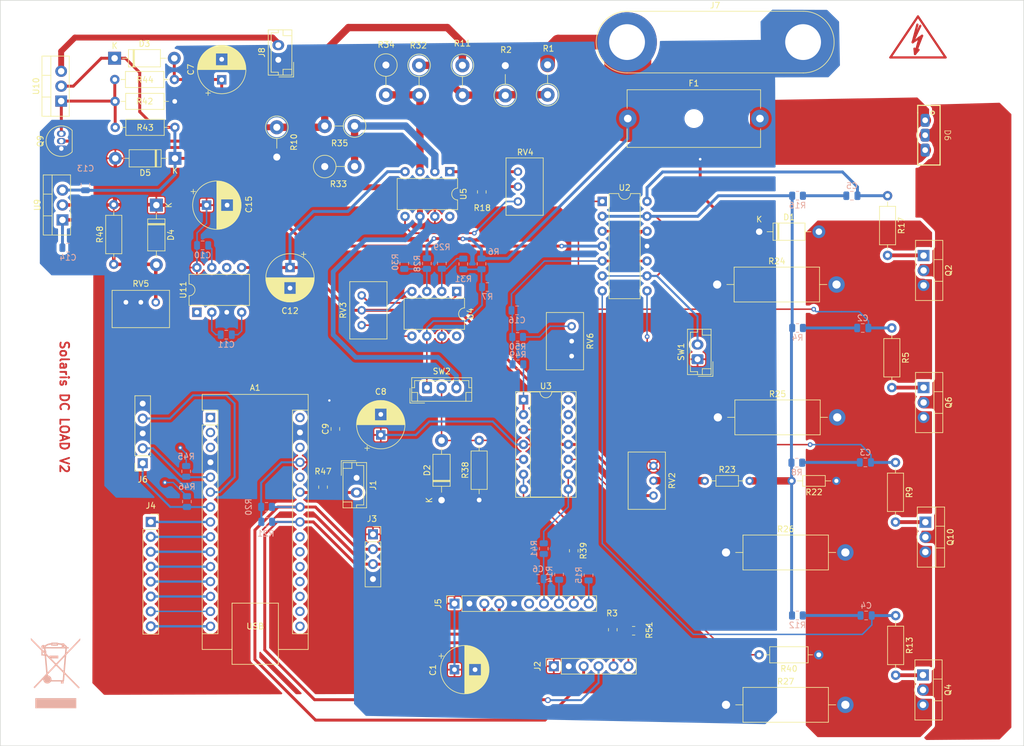
<source format=kicad_pcb>
(kicad_pcb (version 20221018) (generator pcbnew)
  (layers (0 "F.Cu" signal) (31 "B.Cu" signal) (34 "B.Paste" user) (35 "F.Paste" user) (36 "B.SilkS" user "B.Silkscreen") (37 "F.SilkS" user "F.Silkscreen") (38 "B.Mask" user) (39 "F.Mask" user) (44 "Edge.Cuts" user))
  (net 0 "")
  (net 4 "Load-")
  (net 5 "Rot_B")
  (net 6 "Rot_A")
  (net 7 "Net-(A1-D5)")
  (net 8 "Net-(A1-D6)")
  (net 9 "Net-(A1-D7)")
  (net 10 "Net-(A1-D8)")
  (net 11 "Net-(A1-D9)")
  (net 12 "Net-(A1-D10)")
  (net 13 "Net-(A1-D11)")
  (net 14 "Net-(A1-D12)")
  (net 22 "SDA")
  (net 23 "SCL")
  (net 24 "NTC_Read")
  (net 26 "+5V")
  (net 29 "Net-(C2-Pad1)")
  (net 30 "Net-(C2-Pad2)")
  (net 31 "Net-(C3-Pad1)")
  (net 32 "Net-(C3-Pad2)")
  (net 33 "Net-(C4-Pad1)")
  (net 34 "Net-(C4-Pad2)")
  (net 35 "Net-(C5-Pad1)")
  (net 36 "Net-(C5-Pad2)")
  (net 37 "Net-(J5-Pin_7)")
  (net 38 "Net-(D3-A)")
  (net 39 "Net-(U11-OSC)")
  (net 40 "Net-(U11-CAP+)")
  (net 41 "Net-(U11-CAP-)")
  (net 42 "-5V")
  (net 43 "+15V")
  (net 44 "Net-(D4-A)")
  (net 45 "buffer")
  (net 46 "C_sense")
  (net 47 "Net-(D2-A)")
  (net 48 "Net-(D6-IN1)")
  (net 49 "laod")
  (net 50 "Load+")
  (net 51 "Net-(J2-Pin_6)")
  (net 53 "V_adc")
  (net 54 "Net-(Q2-G)")
  (net 55 "Net-(Q4-G)")
  (net 56 "Net-(Q6-G)")
  (net 57 "Net-(Q9-E)")
  (net 58 "Net-(Q10-G)")
  (net 59 "cur_cont")
  (net 60 "Net-(R23-Pad1)")
  (net 61 "Net-(U4-+)")
  (net 62 "Net-(U4--)")
  (net 63 "Net-(U5-+)")
  (net 64 "Net-(U5--)")
  (net 65 "Net-(U5-BAL3)")
  (net 66 "Net-(U5-BAL1)")
  (net 67 "Net-(U3B--)")
  (net 68 "Net-(U3C-+)")
  (net 69 "Net-(U3C--)")
  (net 70 "Net-(U3A--)")
  (net 71 "Net-(R50-Pad2)")
  (net 72 "Net-(RV3-Pad1)")
  (net 73 "Net-(RV3-Pad3)")
  (net 74 "+24V")
  (net 77 "Rot_S1")
  (net 78 "Net-(J2-Pin_5)")
  (net 79 "A")
  (net 80 "battary")
  (net 81 "panel")
  (net 84 "Net-(J5-Pin_8)")
  (net 85 "Net-(J5-Pin_10)")
  (net 86 "Net-(R18-Pad1)")
  (footprint "Resistor_THT:R_Axial_DIN0411_L9.9mm_D3.6mm_P5.08mm_Vertical" (layer "F.Cu") (at 102.95 52.11 -90)
    (fp_text reference "R10")
    (fp_text value "20k")
  )
  (footprint "Capacitor_SMD:C_0805_2012Metric" (layer "F.Cu") (at 112.925 103.5 90)
    (fp_text reference "C9")
    (fp_text value "10n")
  )
  (footprint "Connector:Banana_Jack_2Pin" (layer "F.Cu") (at 162.575 37.6)
    (fp_text reference "J7")
    (fp_text value "Conn_01x02_Pin")
  )
  (footprint "Resistor_THT:R_Axial_DIN0614_L14.3mm_D5.7mm_P20.32mm_Horizontal" (layer "F.Cu") (at 179.42 124.54)
    (fp_text reference "R26")
    (fp_text value "0.1")
  )
  (footprint "Fuse:Fuseholder_Cylinder-5x20mm_Schurter_0031_8201_Horizontal_Open" (layer "F.Cu") (at 162.7 50.625)
    (fp_text reference "F1")
    (fp_text value "Fuse")
  )
  (footprint "Potentiometer_THT:Potentiometer_Bourns_3299W_Vertical" (layer "F.Cu") (at 153.145 91.09 -90)
    (fp_text reference "RV6")
    (fp_text value "1k")
  )
  (footprint "Capacitor_THT:CP_Radial_D8.0mm_P3.50mm" (layer "F.Cu") (at 105.2 76.005 -90)
    (fp_text reference "C12")
    (fp_text value "10u")
  )
  (footprint "Resistor_THT:R_Axial_DIN0411_L9.9mm_D3.6mm_P5.08mm_Vertical" (layer "F.Cu") (at 121.525 41.51 -90)
    (fp_text reference "R34")
    (fp_text value "20k")
  )
  (footprint "Resistor_THT:R_Axial_DIN0204_L3.6mm_D1.6mm_P7.62mm_Horizontal" (layer "F.Cu") (at 198.21 112.35 180)
    (fp_text reference "R22")
    (fp_text value "10K")
  )
  (footprint "Resistor_THT:R_Axial_DIN0411_L9.9mm_D3.6mm_P5.08mm_Vertical" (layer "F.Cu") (at 141.85 46.69 90)
    (fp_text reference "R2")
    (fp_text value "10k")
  )
  (footprint "Connector_JST:JST_EH_B2B-EH-A_1x02_P2.50mm_Vertical" (layer "F.Cu") (at 103.205 40.62 90)
    (fp_text reference "J8")
    (fp_text value "Conn_01x02_Pin")
  )
  (footprint "Resistor_THT:R_Axial_DIN0207_L6.3mm_D2.5mm_P10.16mm_Horizontal" (layer "F.Cu") (at 85.53 43.975 180)
    (fp_text reference "R44")
    (fp_text value "50k" hide)
  )
  (footprint "Connector_JST:JST_EH_B2B-EH-A_1x02_P2.50mm_Vertical" (layer "F.Cu") (at 116.535 111.83 -90)
    (fp_text reference "J1")
    (fp_text value "Conn_01x02_Pin")
  )
  (footprint "Symbol:Symbol_HighVoltage_Type2_CopperTop_VerySmall" (layer "F.Cu") (at 212.1 37.4235)
    (fp_text reference "REF**" hide)
    (fp_text value "Symbol_HighVoltage_Type2_CopperTop_VerySmall")
  )
  (footprint "Connector_PinSocket_2.54mm:PinSocket_1x04_P2.54mm_Vertical" (layer "F.Cu") (at 119.325 121.45)
    (fp_text reference "J3")
    (fp_text value "Conn_01x04")
  )
  (footprint "Resistor_THT:R_Axial_DIN0207_L6.3mm_D2.5mm_P10.16mm_Horizontal" (layer "F.Cu") (at 206.925 63.77 -90)
    (fp_text reference "R17")
    (fp_text value "100")
  )
  (footprint "Resistor_THT:R_Axial_DIN0614_L14.3mm_D5.7mm_P20.32mm_Horizontal" (layer "F.Cu") (at 177.915 78.9)
    (fp_text reference "R24")
    (fp_text value "0.1")
  )
  (footprint "Capacitor_THT:CP_Radial_D8.0mm_P3.50mm" (layer "F.Cu") (at 93.57 44.027651 90)
    (fp_text reference "C7")
    (fp_text value "25u")
  )
  (footprint "Capacitor_THT:CP_Radial_D8.0mm_P3.50mm" (layer "F.Cu") (at 133.2 144.5)
    (fp_text reference "C1")
    (fp_text value "1u")
  )
  (footprint "Package_DIP:DIP-14_W7.62mm" (layer "F.Cu") (at 158.355 64.735)
    (fp_text reference "U2")
    (fp_text value "OPA4197xD")
  )
  (footprint "Package_TO_SOT_THT:TO-220-3_Vertical" (layer "F.Cu") (at 213.36 119.38 -90)
    (fp_text reference "Q10")
    (fp_text value "IRF740")
  )
  (footprint "Resistor_THT:R_Axial_DIN0411_L9.9mm_D3.6mm_P5.08mm_Vertical" (layer "F.Cu") (at 149.05 46.565 90)
    (fp_text reference "R1")
    (fp_text value "100k")
  )
  (footprint "Diode_THT:D_DO-41_SOD81_P10.16mm_Horizontal" (layer "F.Cu") (at 75.34 40.35)
    (fp_text reference "D3")
    (fp_text value "1N4002" hide)
  )
  (footprint "Package_TO_SOT_THT:TO-92_Inline" (layer "F.Cu") (at 66.27 55.74 90)
    (fp_text reference "Q9")
    (fp_text value "BC557")
  )
  (footprint "Connector_PinSocket_2.54mm:PinSocket_1x08_P2.54mm_Vertical" (layer "F.Cu") (at 81.495 119.34)
    (fp_text reference "J4")
    (fp_text value "Conn_01x08_Pin")
  )
  (footprint "Resistor_THT:R_Axial_DIN0207_L6.3mm_D2.5mm_P10.16mm_Horizontal" (layer "F.Cu") (at 208.3 135.295 -90)
    (fp_text reference "R13")
    (fp_text value "100")
  )
  (footprint "Package_TO_SOT_THT:TO-220-3_Vertical" (layer "F.Cu") (at 213.055 73.96 -90)
    (fp_text reference "Q2")
    (fp_text value "IRF740")
  )
  (footprint "Resistor_SMD:R_0805_2012Metric" (layer "F.Cu") (at 110.825 113.4125 -90)
    (fp_text reference "R47")
    (fp_text value "10k")
  )
  (footprint "Resistor_THT:R_Axial_DIN0207_L6.3mm_D2.5mm_P10.16mm_Horizontal" (layer "F.Cu") (at 195.21 141.975 180)
    (fp_text reference "R40")
    (fp_text value "10k")
  )
  (footprint "Resistor_THT:R_Axial_DIN0411_L9.9mm_D3.6mm_P5.08mm_Vertical" (layer "F.Cu") (at 127.175 41.56 -90)
    (fp_text reference "R32")
    (fp_text value "1M")
  )
  (footprint "Connector_PinSocket_2.54mm:PinSocket_1x06_P2.54mm_Vertical" (layer "F.Cu") (at 150.105 143.925 90)
    (fp_text reference "J2")
    (fp_text value "Conn_01x06_Pin")
  )
  (footprint "Resistor_THT:R_Axial_DIN0207_L6.3mm_D2.5mm_P10.16mm_Horizontal" (layer "F.Cu") (at 207.65 86.295 -90)
    (fp_text reference "R5")
    (fp_text value "100")
  )
  (footprint "Resistor_SMD:R_0805_2012Metric" (layer "F.Cu") (at 137.85 63.125 -90)
    (fp_text reference "R18")
    (fp_text value "200k")
  )
  (footprint "Potentiometer_THT:Potentiometer_Bourns_3299W_Vertical" (layer "F.Cu") (at 117.4 80.75 90)
    (fp_text reference "RV3")
    (fp_text value "10k")
  )
  (footprint "Connector_PinSocket_2.54mm:PinSocket_1x05_P2.54mm_Vertical" (layer "F.Cu") (at 80.125 109.34 180)
    (fp_text reference "J6")
    (fp_text value "Conn_01x05_Pin")
  )
  (footprint "Diode_THT:D_DO-41_SOD81_P10.16mm_Horizontal" (layer "F.Cu") (at 131 115.63 90)
    (fp_text reference "D2")
    (fp_text value "1N4003")
  )
  (footprint "Package_TO_SOT_THT:TO-220-3_Vertical" (layer "F.Cu") (at 213.055 96.46 -90)
    (fp_text reference "Q6")
    (fp_text value "IRF740")
  )
  (footprint "Resistor_THT:R_Axial_DIN0411_L9.9mm_D3.6mm_P5.08mm_Vertical" (layer "F.Cu") (at 116.19 51.9 180)
    (fp_text reference "R35")
    (fp_text value "20k")
  )
  (footprint "Resistor_THT:R_Axial_DIN0614_L14.3mm_D5.7mm_P20.32mm_Horizontal" (layer "F.Cu") (at 178.035 101.53)
    (fp_text reference "R25")
    (fp_text value "0.1")
  )
  (footprint "Package_DIP:DIP-8_W7.62mm" (layer "F.Cu") (at 89.35 83.625 90)
    (fp_text reference "U11")
    (fp_text value "ICL7660")
  )
  (footprint "Package_DIP:DIP-14_W7.62mm_Socket" (layer "F.Cu") (at 144.95 98.525)
    (fp_text reference "U3")
    (fp_text value "LM324")
  )
  (footprint "Package_DIP:DIP-8_W7.62mm" (layer "F.Cu") (at 133.575 80.075 -90)
    (fp_text reference "U4")
    (fp_text value "LM741")
  )
  (footprint "Connector_JST:JST_EH_B2B-EH-A_1x02_P2.50mm_Vertical" (layer "F.Cu") (at 174.575 91.625 90)
    (fp_text reference "SW1")
    (fp_text value "SW_Push")
  )
  (footprint "Package_TO_SOT_THT:TO-220-3_Vertical" (layer "F.Cu") (at 66.245 47.65 90)
    (fp_text reference "U10")
    (fp_text value "LM317_TO-220")
  )
  (footprint "Connector_PinSocket_2.54mm:PinSocket_1x10_P2.54mm_Vertical" (layer "F.Cu") (at 133.2 133.25 90)
    (fp_text reference "J5")
    (fp_text value "Conn_01x10_Pin")
  )
  (footprint "Capacitor_THT:CP_Radial_D8.0mm_P3.50mm" (layer "F.Cu") (at 90.995 65.377651)
    (fp_text reference "C15")
    (fp_text value "1u")
  )
  (footprint "Connector_JST:JST_EH_B3B-EH-A_1x03_P2.50mm_Vertical" (layer "F.Cu") (at 128.525 96.475)
    (fp_text reference "SW2")
    (fp_text value "SW_DPDT_x2")
  )
  (footprint "Diode_THT:D_DO-41_SOD81_P10.16mm_Horizontal" (layer "F.Cu") (at 185.07 69.9)
    (fp_text reference "D1")
    (fp_text value "1N4003")
  )
  (footprint "Package_DIP:DIP-8_W7.62mm" (layer "F.Cu") (at 132.4 59.675 -90)
    (fp_text reference "U5")
    (fp_text value "LM318N")
  )
  (footprint "Potentiometer_THT:Potentiometer_Bourns_3299W_Vertical" (layer "F.Cu") (at 82.345 81.925)
    (fp_text reference "RV5")
    (fp_text value "1k")
  )
  (footprint "Package_TO_SOT_THT:TO-220-3_Vertical" (layer "F.Cu") (at 66.465 67.89 90)
    (fp_text reference "U9")
    (fp_text value "LM317_TO-220")
  )
  (footprint "Resistor_THT:R_Axial_DIN0614_L14.3mm_D5.7mm_P20.32mm_Horizontal" (layer "F.Cu") (at 179.42 150.495)
    (fp_text reference "R27")
    (fp_text value "0.1")
  )
  (footprint "Package_TO_SOT_THT:TO-220-3_Vertical" (layer "F.Cu") (at 212.95 145.415 -90)
    (fp_text reference "Q4")
    (fp_text value "IRF740")
  )
  (footprint "Diode_THT:D_DO-41_SOD81_P10.16mm_Horizontal" (layer "F.Cu") (at 82.445 65.37 -90)
    (fp_text reference "D4")
    (fp_text value "1N4002")
  )
  (footprint "MRB2040:MRB2040" (layer "F.Cu") (at 213.325 53.46 -90)
    (fp_text reference "D6")
    (fp_text value "~")
  )
  (footprint "Resistor_THT:R_Axial_DIN0207_L6.3mm_D2.5mm_P10.16mm_Horizontal" (layer "F.Cu") (at 85.575 47.7 180)
    (fp_text reference "R42")
    (fp_text value "2.7k")
  )
  (footprint "Resistor_THT:R_Axial_DIN0204_L3.6mm_D1.6mm_P7.62mm_Horizontal" (layer "F.Cu") (at 175.815 112.35)
    (fp_text reference "R23")
    (fp_text value "1M")
  )
  (footprint "Resistor_SMD:R_0805_2012Metric" (layer "F.Cu") (at 153.5 124.25 -90)
    (fp_text reference "R39")
    (fp_text value "100")
  )
  (footprint "Resistor_THT:R_Axial_DIN0411_L9.9mm_D3.6mm_P5.08mm_Vertical" (layer "F.Cu") (at 134.55 41.56 -90)
    (fp_text reference "R11")
    (fp_text value "1M")
  )
  (footprint "Capacitor_THT:CP_Radial_D8.0mm_P3.50mm" (layer "F.Cu") (at 120.65 104.522651 90)
    (fp_text reference "C8")
    (fp_text value "25u")
  )
  (footprint "Potentiometer_THT:Potentiometer_Bourns_3299W_Vertical" (layer "F.Cu") (at 167.075 114.855 -90)
    (fp_text reference "RV2")
    (fp_text value "10k")
  )
  (footprint "Resistor_THT:R_Axial_DIN0207_L6.3mm_D2.5mm_P10.16mm_Horizontal" (layer "F.Cu") (at 137.4 115.605 90)
    (fp_text reference "R38")
    (fp_text value "10k")
  )
  (footprint "Resistor_THT:R_Axial_DIN0207_L6.3mm_D2.5mm_P10.16mm_Horizontal" (layer "F.Cu") (at 208.27 109.21 -90)
    (fp_text reference "R9")
    (fp_text value "100")
  )
  (footprint "Diode_THT:D_DO-41_SOD81_P10.16mm_Horizontal" (layer "F.Cu") (at 85.625 57.4 180)
    (fp_text reference "D5")
    (fp_text value "1N4002")
  )
  (footprint "Resistor_THT:R_Axial_DIN0207_L6.3mm_D2.5mm_P10.16mm_Horizontal" (layer "F.Cu") (at 75.195 75.455 90)
    (fp_text reference "R48")
    (fp_text value "240")
  )
  (footprint "Resistor_THT:R_Axial_DIN0207_L6.3mm_D2.5mm_P10.16mm_Horizontal" (layer "F.Cu") (at 75.44 52.125)
    (fp_text reference "R43")
    (fp_text value "240")
  )
  (footprint "Potentiometer_THT:Potentiometer_Bourns_3299W_Vertical" (layer "F.Cu") (at 144 59.675 90)
    (fp_text reference "RV4")
    (fp_text value "200k")
  )
  (footprint "Resistor_THT:R_Axial_DIN0411_L9.9mm_D3.6mm_P5.08mm_Vertical" (layer "F.Cu") (at 111.11 58.8)
    (fp_text reference "R33")
    (fp_text value "1M")
  )
  (footprint "Resistor_SMD:R_0805_2012Metric" (layer "F.Cu") (at 160.15 137.7 -90)
    (fp_text reference "R3")
    (fp_text value "4.7k")
  )
  (footprint "Resistor_SMD:R_0805_2012Metric" (layer "F.Cu") (at 163.695 137.875)
    (fp_text reference "R51")
    (fp_text value "10k")
  )
  (footprint "Module:Arduino_Nano" (layer "F.Cu") (at 91.655 101.56)
    (fp_text reference "A1")
    (fp_text value "Arduino_Nano_v3.x")
  )
  (footprint "Resistor_SMD:R_0805_2012Metric" (layer "B.Cu") (at 87.525 110.725 -90)
    (fp_text reference "R45")
    (fp_text value "10k")
  )
  (footprint "Capacitor_SMD:C_0805_2012Metric" (layer "B.Cu") (at 67.4 72.625)
    (fp_text reference "C14")
    (fp_text value "10u-100u")
  )
  (footprint "Resistor_SMD:R_0805_2012Metric" (layer "B.Cu") (at 191.575 135.275)
    (fp_text reference "R12")
    (fp_text value "1k")
  )
  (footprint "Capacitor_SMD:C_0805_2012Metric" (layer "B.Cu") (at 147.425 129.05 180)
    (fp_text reference "C6")
    (fp_text value "10n")
  )
  (footprint "Resistor_SMD:R_0805_2012Metric" (layer "B.Cu") (at 138.8 79.325)
    (fp_text reference "R7")
    (fp_text value "5k" hide)
  )
  (footprint "Resistor_SMD:R_0805_2012Metric" (layer "B.Cu") (at 87.65 115.875 -90)
    (fp_text reference "R46")
    (fp_text value "10k")
  )
  (footprint "Resistor_SMD:R_0805_2012Metric" (layer "B.Cu") (at 156.025 128.4 -90)
    (fp_text reference "R15")
    (fp_text value "0")
  )
  (footprint "Resistor_SMD:R_0805_2012Metric" (layer "B.Cu") (at 148.4 123.8875 -90)
    (fp_text reference "R41")
    (fp_text value "100")
  )
  (footprint "Capacitor_SMD:C_0805_2012Metric" (layer "B.Cu") (at 90.325 72.225)
    (fp_text reference "C10")
    (fp_text value "100P")
  )
  (footprint "Resistor_SMD:R_0805_2012Metric" (layer "B.Cu") (at 101.2375 119.325 180)
    (fp_text reference "R21")
    (fp_text value "10K")
  )
  (footprint "Resistor_SMD:R_0805_2012Metric" (layer "B.Cu") (at 191.475 109.25)
    (fp_text reference "R8")
    (fp_text value "1k")
  )
  (footprint "Capacitor_SMD:C_0805_2012Metric" (layer "B.Cu") (at 143.85 83.3)
    (fp_text reference "C16")
    (fp_text value "1u")
  )
  (footprint "Resistor_SMD:R_0805_2012Metric" (layer "B.Cu") (at 131.05 75.3 -90)
    (fp_text reference "R29")
    (fp_text value "100k")
  )
  (footprint "Capacitor_SMD:C_0805_2012Metric" (layer "B.Cu") (at 94.35 87.45)
    (fp_text reference "C11")
    (fp_text value "10u")
  )
  (footprint "Capacitor_SMD:C_0805_2012Metric" (layer "B.Cu") (at 70.375 61.9 90)
    (fp_text reference "C13")
    (fp_text value "0.1u")
  )
  (footprint "Symbol:WEEE-Logo_8.4x12mm_SilkScreen" (layer "B.Cu") (at 65.3 145.1 180)
    (fp_text reference "REF**" hide)
    (fp_text value "WEEE-Logo_8.4x12mm_SilkScreen" hide)
  )
  (footprint "Capacitor_SMD:C_0805_2012Metric" (layer "B.Cu") (at 200.85 63.775 180)
    (fp_text reference "C5")
    (fp_text value "10n")
  )
  (footprint "Resistor_SMD:R_0805_2012Metric" (layer "B.Cu") (at 144 92.5 180)
    (fp_text reference "R49")
    (fp_text value "10k")
  )
  (footprint "Resistor_SMD:R_0805_2012Metric" (layer "B.Cu") (at 151 128.275 -90)
    (fp_text reference "R14")
    (fp_text value "0")
  )
  (footprint "Resistor_SMD:R_0805_2012Metric" (layer "B.Cu") (at 191.6 86.3)
    (fp_text reference "R4")
    (fp_text value "1k")
  )
  (footprint "Resistor_SMD:R_0805_2012Metric" (layer "B.Cu") (at 128.5 75.325 -90)
    (fp_text reference "R28")
    (fp_text value "100k")
  )
  (footprint "Resistor_SMD:R_0805_2012Metric" (layer "B.Cu") (at 191.6 63.775)
    (fp_text reference "R16")
    (fp_text value "1k")
  )
  (footprint "Resistor_SMD:R_0805_2012Metric" (layer "B.Cu") (at 137.8 75.375 -90)
    (fp_text reference "R6")
    (fp_text value "100k" hide)
  )
  (footprint "Resistor_SMD:R_0805_2012Metric" (layer "B.Cu") (at 134.7 75.4 90)
    (fp_text reference "R31")
    (fp_text value "5k")
  )
  (footprint "Resistor_SMD:R_0805_2012Metric" (layer "B.Cu") (at 101.2 116.775)
    (fp_text reference "R20")
    (fp_text value "10K")
  )
  (footprint "Capacitor_SMD:C_0805_2012Metric" (layer "B.Cu") (at 203.15 109.2 180)
    (fp_text reference "C3")
    (fp_text value "10n")
  )
  (footprint "Capacitor_SMD:C_0805_2012Metric" (layer "B.Cu") (at 203.275 135.275 180)
    (fp_text reference "C4")
    (fp_text value "10n")
  )
  (footprint "Resistor_SMD:R_0805_2012Metric" (layer "B.Cu") (at 124.65 75.325 -90)
    (fp_text reference "R30")
    (fp_text value "5k")
  )
  (footprint "Capacitor_SMD:C_0805_2012Metric" (layer "B.Cu") (at 202.7 86.3 180)
    (fp_text reference "C2")
    (fp_text value "10n")
  )
  (footprint "Resistor_SMD:R_0805_2012Metric" (layer "B.Cu") (at 143.95 87.825)
    (fp_text reference "R50")
    (fp_text value "560")
  )
  (gr_rect (start 55.88 30.48) (end 230.105 157.48) (stroke (width 0.1)) (fill none) (layer "Edge.Cuts"))
  (gr_text "Solaris DC LOAD V2\n" (at 65.9 88.3 270) (layer "F.Cu") (effects (font (size 1.5 1.5) (thickness 0.3) bold) (justify left bottom)))
  (segment (start 185.07 69.9) (end 181.4 69.9) (width 0.5) (layer "F.Cu") (net 4))
  (segment (start 175.025 63.525) (end 175.025 57.55) (width 0.5) (layer "F.Cu") (net 4))
  (segment (start 112.925 99.675) (end 111.9 98.65) (width 0.2) (layer "F.Cu") (net 4))
  (segment (start 165.655 137.875) (end 166.37 137.16) (width 0.2) (layer "F.Cu") (net 4))
  (segment (start 181.4 69.9) (end 175.025 63.525) (width 0.5) (layer "F.Cu") (net 4))
  (segment (start 164.6075 137.875) (end 165.655 137.875) (width 0.2) (layer "F.Cu") (net 4))
  (segment (start 112.925 102.55) (end 112.925 99.675) (width 0.2) (layer "F.Cu") (net 4))
  (via (at 166.37 137.16) (size 0.8) (drill 0.4) (layers "F.Cu" "B.Cu") (net 4))
  (via (at 175.025 57.55) (size 0.9) (drill 0.45) (layers "F.Cu" "B.Cu") (net 4))
  (via (at 111.9 98.65) (size 0.8) (drill 0.4) (layers "F.Cu" "B.Cu") (net 4))
  (segment (start 86.7125 111.6375) (end 87.525 111.6375) (width 0.35) (layer "B.Cu") (net 5))
  (segment (start 81.875 106.8) (end 86.7125 111.6375) (width 0.35) (layer "B.Cu") (net 5))
  (segment (start 87.6075 111.72) (end 91.655 111.72) (width 0.35) (layer "B.Cu") (net 5))
  (segment (start 87.525 111.6375) (end 87.6075 111.72) (width 0.25) (layer "B.Cu") (net 5))
  (segment (start 80.125 106.8) (end 81.875 106.8) (width 0.35) (layer "B.Cu") (net 5))
  (segment (start 87.6625 116.8) (end 87.65 116.7875) (width 0.25) (layer "B.Cu") (net 6))
  (segment (start 84.8125 116.7875) (end 80.125 112.1) (width 0.35) (layer "B.Cu") (net 6))
  (segment (start 87.65 116.7875) (end 84.8125 116.7875) (width 0.35) (layer "B.Cu") (net 6))
  (segment (start 80.125 112.1) (end 80.125 109.34) (width 0.35) (layer "B.Cu") (net 6))
  (segment (start 91.655 116.8) (end 87.6625 116.8) (width 0.35) (layer "B.Cu") (net 6))
  (segment (start 81.495 119.34) (end 91.655 119.34) (width 0.4) (layer "B.Cu") (net 7))
  (segment (start 81.495 121.88) (end 91.655 121.88) (width 0.4) (layer "B.Cu") (net 8))
  (segment (start 81.495 124.42) (end 91.655 124.42) (width 0.4) (layer "B.Cu") (net 9))
  (segment (start 81.495 126.96) (end 91.655 126.96) (width 0.4) (layer "B.Cu") (net 10))
  (segment (start 81.495 129.5) (end 91.655 129.5) (width 0.4) (layer "B.Cu") (net 11))
  (segment (start 81.495 132.04) (end 91.655 132.04) (width 0.4) (layer "B.Cu") (net 12))
  (segment (start 81.495 134.58) (end 91.655 134.58) (width 0.25) (layer "B.Cu") (net 13))
  (segment (start 81.495 137.12) (end 91.655 137.12) (width 0.4) (layer "B.Cu") (net 14))
  (segment (start 122.225 127.675) (end 122.225 134.1) (width 0.5) (layer "F.Cu") (net 22))
  (segment (start 100.9 141.15) (end 109.375 149.625) (width 0.5) (layer "F.Cu") (net 22))
  (segment (start 128.05 139.925) (end 137.45 139.925) (width 0.5) (layer "F.Cu") (net 22))
  (segment (start 122.225 134.1) (end 128.05 139.925) (width 0.5) (layer "F.Cu") (net 22))
  (segment (start 119.325 126.53) (end 116.36 126.53) (width 0.5) (layer "F.Cu") (net 22))
  (segment (start 121.08 126.53) (end 122.225 127.675) (width 0.5) (layer "F.Cu") (net 22))
  (segment (start 106.895 119.34) (end 103.06 119.34) (width 0.35) (layer "F.Cu") (net 22))
  (segment (start 109.375 149.625) (end 149.025 149.625) (width 0.5) (layer "F.Cu") (net 22))
  (segment (start 116.36 126.53) (end 109.17 119.34) (width 0.5) (layer "F.Cu") (net 22))
  (segment (start 100.9 121.5) (end 100.9 141.15) (width 0.5) (layer "F.Cu") (net 22))
  (segment (start 109.17 119.34) (end 106.895 119.34) (width 0.5) (layer "F.Cu") (net 22))
  (segment (start 119.325 126.53) (end 121.08 126.53) (width 0.5) (layer "F.Cu") (net 22))
  (segment (start 103.06 119.34) (end 100.9 121.5) (width 0.35) (layer "F.Cu") (net 22))
  (segment (start 140.82 136.555) (end 140.82 133.25) (width 0.5) (layer "F.Cu") (net 22))
  (segment (start 149.025 149.625) (end 149.1 149.7) (width 0.35) (layer "F.Cu") (net 22))
  (segment (start 137.45 139.925) (end 140.82 136.555) (width 0.5) (layer "F.Cu") (net 22))
  (via (at 149.1 149.7) (size 1) (drill 0.6) (layers "F.Cu" "B.Cu") (net 22))
  (segment (start 102.165 119.34) (end 106.895 119.34) (width 0.35) (layer "B.Cu") (net 22))
  (segment (start 149.1 149.7) (end 154.75 149.7) (width 0.35) (layer "B.Cu") (net 22))
  (segment (start 102.15 119.325) (end 102.165 119.34) (width 0.25) (layer "B.Cu") (net 22))
  (segment (start 154.75 149.7) (end 157.725 146.725) (width 0.35) (layer "B.Cu") (net 22))
  (segment (start 157.725 146.725) (end 157.725 143.925) (width 0.35) (layer "B.Cu") (net 22))
  (segment (start 123.65 127) (end 123.65 133.25) (width 0.5) (layer "F.Cu") (net 23))
  (segment (start 99.225 120.725) (end 99.225 142.775) (width 0.5) (layer "F.Cu") (net 23))
  (segment (start 103.15 116.8) (end 99.225 120.725) (width 0.5) (layer "F.Cu") (net 23))
  (segment (start 106.895 116.8) (end 103.15 116.8) (width 0.5) (layer "F.Cu") (net 23))
  (segment (start 119.325 123.99) (end 120.69 123.99) (width 0.5) (layer "F.Cu") (net 23))
  (segment (start 120.69 123.99) (end 123.675 126.975) (width 0.5) (layer "F.Cu") (net 23))
  (segment (start 119.325 123.99) (end 116.72 123.99) (width 0.5) (layer "F.Cu") (net 23))
  (segment (start 99.225 142.775) (end 109.55 153.1) (width 0.5) (layer "F.Cu") (net 23))
  (segment (start 109.55 153.1) (end 148.6 153.1) (width 0.5) (layer "F.Cu") (net 23))
  (segment (start 116.72 123.99) (end 109.53 116.8) (width 0.5) (layer "F.Cu") (net 23))
  (segment (start 128.85 138.45) (end 136.45 138.45) (width 0.5) (layer "F.Cu") (net 23))
  (segment (start 123.675 126.975) (end 123.65 127) (width 0.5) (layer "F.Cu") (net 23))
  (segment (start 148.6 153.1) (end 155.185 146.515) (width 0.5) (layer "F.Cu") (net 23))
  (segment (start 109.53 116.8) (end 106.895 116.8) (width 0.5) (layer "F.Cu") (net 23))
  (segment (start 138.28 136.545) (end 138.28 133.25) (width 0.5) (layer "F.Cu") (net 23))
  (segment (start 155.185 146.515) (end 155.185 143.925) (width 0.5) (layer "F.Cu") (net 23))
  (segment (start 136.45 138.375) (end 138.28 136.545) (width 0.5) (layer "F.Cu") (net 23))
  (segment (start 123.65 133.25) (end 128.85 138.45) (width 0.5) (layer "F.Cu") (net 23))
  (segment (start 136.45 138.45) (end 136.45 138.375) (width 0.5) (layer "F.Cu") (net 23))
  (segment (start 102.1375 116.8) (end 106.895 116.8) (width 0.35) (layer "B.Cu") (net 23))
  (segment (start 102.1125 116.775) (end 102.1375 116.8) (width 0.25) (layer "B.Cu") (net 23))
  (segment (start 106.965 114.33) (end 106.895 114.26) (width 0.5) (layer "F.Cu") (net 24))
  (segment (start 116.535 114.33) (end 106.965 114.33) (width 0.5) (layer "F.Cu") (net 24))
  (segment (start 129.86 67.295) (end 129.86 65.49) (width 0.4) (layer "F.Cu") (net 26))
  (segment (start 90.987349 65.37) (end 90.995 65.377651) (width 0.25) (layer "F.Cu") (net 26))
  (segment (start 75.14 65.35) (end 75.195 65.295) (width 0.25) (layer "F.Cu") (net 26))
  (segment (start 110.825 112.5) (end 110.825 110.275) (width 0.35) (layer "F.Cu") (net 26))
  (segment (start 110.825 110.275) (end 109.73 109.18) (width 0.35) (layer "F.Cu") (net 26))
  (segment (start 75.195 65.295) (end 82.37 65.295) (width 0.6) (layer "F.Cu") (net 26))
  (segment (start 131.3125 64.0375) (end 137.85 64.0375) (width 0.4) (layer "F.Cu") (net 26))
  (segment (start 82.445 65.37) (end 90.987349 65.37) (width 0.6) (layer "F.Cu") (net 26))
  (segment (start 129.86 65.49) (end 131.3125 64.0375) (width 0.4) (layer "F.Cu") (net 26))
  (segment (start 66.465 65.35) (end 75.14 65.35) (width 0.6) (layer "F.Cu") (net 26))
  (segment (start 75.465 65.025) (end 75.14 65.35) (width 0.6) (layer "F.Cu") (net 26))
  (segment (start 75.465 57.4) (end 75.465 65.025) (width 0.6) (layer "F.Cu") (net 26))
  (segment (start 109.73 109.18) (end 106.895 109.18) (width 0.35) (layer "F.Cu") (net 26))
  (via (at 86.525 106.7) (size 0.8) (drill 0.4) (layers "F.Cu" "B.Cu") (net 26))
  (via (at 83.9 112.625) (size 0.8) (drill 0.4) (layers "F.Cu" "B.Cu") (net 26))
  (segment (start 89.375 72.225) (end 89.375 70.1) (width 0.25) (layer "B.Cu") (net 26))
  (segment (start 126.617349 104.522651) (end 128.905 102.235) (width 0.35) (layer "B.Cu") (net 26))
  (segment (start 100.2875 116.775) (end 100.2875 112.6625) (width 0.35) (layer "B.Cu") (net 26))
  (segment (start 120.65 104.522651) (end 126.617349 104.522651) (width 0.35) (layer "B.Cu") (net 26))
  (segment (start 87.65 114.9625) (end 85.3125 112.625) (width 0.25) (layer "B.Cu") (net 26))
  (segment (start 100.325 119.325) (end 100.325 116.8125) (width 0.35) (layer "B.Cu") (net 26))
  (segment (start 89.35 72.25) (end 89.375 72.225) (width 0.25) (layer "B.Cu") (net 26))
  (segment (start 89.375 70.1) (end 90.995 68.48) (width 0.25) (layer "B.Cu") (net 26))
  (segment (start 128.905 102.235) (end 139.7 102.235) (width 0.35) (layer "B.Cu") (net 26))
  (segment (start 90.995 68.48) (end 90.995 65.377651) (width 0.25) (layer "B.Cu") (net 26))
  (segment (start 139.7 102.235) (end 143.61 106.145) (width 0.35) (layer "B.Cu") (net 26))
  (segment (start 133.2 144.5) (end 133.2 133.25) (width 0.35) (layer "B.Cu") (net 26))
  (segment (start 103.77 109.18) (end 106.895 109.18) (width 0.35) (layer "B.Cu") (net 26))
  (segment (start 87.525 107.7) (end 86.525 106.7) (width 0.25) (layer "B.Cu") (net 26))
  (segment (start 100.325 116.8125) (end 100.2875 116.775) (width 0.25) (layer "B.Cu") (net 26))
  (segment (start 89.35 76.005) (end 89.35 72.25) (width 0.25) (layer "B.Cu") (net 26))
  (segment (start 100.2875 112.6625) (end 103.77 109.18) (width 0.35) (layer "B.Cu") (net 26))
  (segment (start 85.3125 112.625) (end 83.9 112.625) (width 0.25) (layer "B.Cu") (net 26))
  (segment (start 87.525 109.8125) (end 87.525 107.7) (width 0.25) (layer "B.Cu") (net 26))
  (segment (start 143.61 106.145) (end 144.95 106.145) (width 0.35) (layer "B.Cu") (net 26))
  (segment (start 156.165 64.735) (end 158.355 64.735) (width 0.25) (layer "F.Cu") (net 29))
  (segment (start 154.3 66.6) (end 156.165 64.735) (width 0.25) (layer "F.Cu") (net 29))
  (segment (start 157.425 83.1) (end 154.3 79.975) (width 0.25) (layer "F.Cu") (net 29))
  (segment (start 154.3 79.975) (end 154.3 66.6) (width 0.25) (layer "F.Cu") (net 29))
  (segment (start 194.35 83.1) (end 157.425 83.1) (width 0.25) (layer "F.Cu") (net 29))
  (via (at 194.35 83.1) (size 0.8) (drill 0.4) (layers "F.Cu" "B.Cu") (net 29))
  (segment (start 203.675 86.275) (end 203.675 85.1) (width 0.25) (layer "B.Cu") (net 29))
  (segment (start 203.675 85.1) (end 202.1 83.525) (width 0.25) (layer "B.Cu") (net 29))
  (segment (start 203.65 86.3) (end 203.655 86.295) (width 0.25) (layer "B.Cu") (net 29))
  (segment (start 194.775 83.525) (end 194.35 83.1) (width 0.25) (layer "B.Cu") (net 29))
  (segment (start 202.1 83.525) (end 199.075 83.525) (width 0.25) (layer "B.Cu") (net 29))
  (segment (start 199.075 83.525) (end 194.775 83.525) (width 0.25) (layer "B.Cu") (net 29))
  (segment (start 203.655 86.295) (end 207.65 86.295) (width 0.5) (layer "B.Cu") (net 29))
  (segment (start 203.655 86.295) (end 203.675 86.275) (width 0.25) (layer "B.Cu") (net 29))
  (segment (start 192.5125 86.3) (end 201.75 86.3) (width 0.5) (layer "B.Cu") (net 30))
  (segment (start 175.625 106.175) (end 172.125 102.675) (width 0.25) (layer "F.Cu") (net 31))
  (segment (start 172.125 102.675) (end 166 96.55) (width 0.25) (layer "F.Cu") (net 31))
  (segment (start 193.75 106.175) (end 175.625 106.175) (width 0.25) (layer "F.Cu") (net 31))
  (segment (start 166 96.55) (end 166 87.775) (width 0.25) (layer "F.Cu") (net 31))
  (via (at 166 87.775) (size 0.8) (drill 0.4) (layers "F.Cu" "B.Cu") (net 31))
  (via (at 193.75 106.175) (size 0.8) (drill 0.4) (layers "F.Cu" "B.Cu") (net 31))
  (segment (start 204.1 107.9) (end 204.075 107.875) (width 0.25) (layer "B.Cu") (net 31))
  (segment (start 204.11 109.21) (end 204.1 109.2) (width 0.25) (layer "B.Cu") (net 31))
  (segment (start 165.975 87.75) (end 165.975 79.975) (width 0.25) (layer "B.Cu") (net 31))
  (segment (start 204.075 107.875) (end 202.375 106.175) (width 0.25) (layer "B.Cu") (net 31))
  (segment (start 208.27 109.21) (end 204.11 109.21) (width 0.5) (layer "B.Cu") (net 31))
  (segment (start 202.375 106.175) (end 193.75 106.175) (width 0.25) (layer "B.Cu") (net 31))
  (segment (start 204.1 109.2) (end 204.1 107.9) (width 0.25) (layer "B.Cu") (net 31))
  (segment (start 166 87.775) (end 165.975 87.75) (width 0.25) (layer "B.Cu") (net 31))
  (segment (start 192.4375 109.2) (end 192.3875 109.25) (width 0.25) (layer "B.Cu") (net 32))
  (segment (start 202.2 109.2) (end 192.4375 109.2) (width 0.5) (layer "B.Cu") (net 32))
  (segment (start 204.25 135.3) (end 204.25 136.875) (width 0.25) (layer "B.Cu") (net 33))
  (segment (start 204.245 135.295) (end 204.225 135.275) (width 0.25) (layer "B.Cu") (net 33))
  (segment (start 158.355 123.005) (end 158.355 79.975) (width 0.25) (layer "B.Cu") (net 33))
  (segment (start 202.625 138.5) (end 173.85 138.5) (width 0.25) (layer "B.Cu") (net 33))
  (segment (start 204.245 135.295) (end 204.25 135.3) (width 0.25) (layer "B.Cu") (net 33))
  (segment (start 204.25 136.875) (end 202.625 138.5) (width 0.25) (layer "B.Cu") (net 33))
  (segment (start 173.85 138.5) (end 158.355 123.005) (width 0.25) (layer "B.Cu") (net 33))
  (segment (start 208.3 135.295) (end 204.245 135.295) (width 0.5) (layer "B.Cu") (net 33))
  (segment (start 202.325 135.275) (end 192.4875 135.275) (width 0.5) (layer "B.Cu") (net 34))
  (segment (start 206.925 63.77) (end 201.805 63.77) (width 0.5) (layer "B.Cu") (net 35))
  (segment (start 201.8 62.275) (end 199.25 59.725) (width 0.5) (layer "B.Cu") (net 35))
  (segment (start 201.8 63.775) (end 201.8 62.275) (width 0.5) (layer "B.Cu") (net 35))
  (segment (start 199.25 59.725) (end 168.625 59.725) (width 0.5) (layer "B.Cu") (net 35))
  (segment (start 201.805 63.77) (end 201.8 63.775) (width 0.25) (layer "B.Cu") (net 35))
  (segment (start 165.975 62.375) (end 165.975 64.735) (width 0.5) (layer "B.Cu") (net 35))
  (segment (start 168.625 59.725) (end 165.975 62.375) (width 0.5) (layer "B.Cu") (net 35))
  (segment (start 192.5125 63.775) (end 199.9 63.775) (width 0.5) (layer "B.Cu") (net 36))
  (segment (start 148.44 133.25) (end 148.44 129.115) (width 0.25) (layer "B.Cu") (net 37))
  (segment (start 148.44 129.115) (end 148.375 129.05) (width 0.25) (layer "B.Cu") (net 37))
  (segment (start 148.375 129.05) (end 148.375 124.825) (width 0.25) (layer "B.Cu") (net 37))
  (segment (start 148.375 124.825) (end 148.4 124.8) (width 0.25) (layer "B.Cu") (net 37))
  (segment (start 85.5 43.945) (end 85.53 43.975) (width 0.25) (layer "F.Cu") (net 38))
  (segment (start 93.517349 43.975) (end 93.57 44.027651) (width 0.25) (layer "F.Cu") (net 38))
  (segment (start 88.275 54.47) (end 93.57 49.175) (width 0.5) (layer "F.Cu") (net 38))
  (segment (start 85.5 40.35) (end 85.5 43.945) (width 0.5) (layer "F.Cu") (net 38))
  (segment (start 66.27 54.47) (end 88.275 54.47) (width 0.5) (layer "F.Cu") (net 38))
  (segment (start 93.57 49.175) (end 93.57 44.027651) (width 0.5) (layer "F.Cu") (net 38))
  (segment (start 85.53 43.975) (end 93.517349 43.975) (width 0.5) (layer "F.Cu") (net 38))
  (segment (start 91.89 76.005) (end 91.89 72.84) (width 0.25) (layer "B.Cu") (net 39))
  (segment (start 91.89 72.84) (end 91.275 72.225) (width 0.25) (layer "B.Cu") (net 39))
  (segment (start 91.89 86.765) (end 91.89 83.625) (width 0.25) (layer "B.Cu") (net 40))
  (segment (start 93.4 87.45) (end 92.575 87.45) (width 0.25) (layer "B.Cu") (net 40))
  (segment (start 92.575 87.45) (end 91.89 86.765) (width 0.25) (layer "B.Cu") (net 40))
  (segment (start 96.325 87.45) (end 96.97 86.805) (width 0.25) (layer "B.Cu") (net 41))
  (segment (start 96.97 86.805) (end 96.97 83.625) (width 0.25) (layer "B.Cu") (net 41))
  (segment (start 95.3 87.45) (end 96.325 87.45) (width 0.25) (layer "B.Cu") (net 41))
  (segment (start 164.1 114.61) (end 164.345 114.855) (width 0.5) (layer "F.Cu") (net 42))
  (segment (start 108.005 76.005) (end 115.29 83.29) (width 0.5) (layer "F.Cu") (net 42))
  (segment (start 115.29 83.29) (end 117.4 83.29) (width 0.5) (layer "F.Cu") (net 42))
  (segment (start 148.55 103.2) (end 148.55 97.975) (width 0.5) (layer "F.Cu") (net 42))
  (segment (start 164.345 114.855) (end 167.075 114.855) (width 0.5) (layer "F.Cu") (net 42))
  (segment (start 152.57 106.145) (end 155.645 106.145) (width 0.5) (layer "F.Cu") (net 42))
  (segment (start 148.55 97.975) (end 133.865 83.29) (width 0.5) (layer "F.Cu") (net 42))
  (segment (start 151.495 106.145) (end 148.55 103.2) (width 0.5) (layer "F.Cu") (net 42))
  (segment (start 155.645 106.145) (end 164.1 114.6) (width 0.5) (layer "F.Cu") (net 42))
  (segment (start 164.1 114.6) (end 164.1 114.61) (width 0.25) (layer "F.Cu") (net 42))
  (segment (start 104.375 76.005) (end 105.2 76.005) (width 0.5) (layer "F.Cu") (net 42))
  (segment (start 133.865 83.29) (end 117.4 83.29) (width 0.5) (layer "F.Cu") (net 42))
  (segment (start 152.57 106.145) (end 151.495 106.145) (width 0.5) (layer "F.Cu") (net 42))
  (segment (start 104.375 76.005) (end 108.005 76.005) (width 0.5) (layer "F.Cu") (net 42))
  (segment (start 96.97 76.005) (end 104.375 76.005) (width 0.5) (layer "F.Cu") (net 42))
  (segment (start 117.4 83.29) (end 121.835 83.29) (width 0.25) (layer "B.Cu") (net 42))
  (segment (start 121.835 83.29) (end 125.05 80.075) (width 0.25) (layer "B.Cu") (net 42))
  (segment (start 105.2 70.425) (end 109.175 66.45) (width 0.5) (layer "B.Cu") (net 42))
  (segment (start 125.05 80.075) (end 125.955 80.075) (width 0.25) (layer "B.Cu") (net 42))
  (segment (start 109.175 66.45) (end 115.025 66.45) (width 0.5) (layer "B.Cu") (net 42))
  (segment (start 115.025 66.45) (end 121.8 59.675) (width 0.5) (layer "B.Cu") (net 42))
  (segment (start 121.8 59.675) (end 124.78 59.675) (width 0.5) (layer "B.Cu") (net 42))
  (segment (start 105.2 76.005) (end 105.2 70.425) (width 0.5) (layer "B.Cu") (net 42))
  (segment (start 79.62 49.475) (end 82.27 52.125) (width 0.5) (layer "F.Cu") (net 43))
  (segment (start 75.34 40.35) (end 77.17 40.35) (width 0.5) (layer "F.Cu") (net 43))
  (segment (start 68.31 45.11) (end 73.07 40.35) (width 0.5) (layer "F.Cu") (net 43))
  (segment (start 79.62 42.8) (end 79.62 49.475) (width 0.5) (layer "F.Cu") (net 43))
  (segment (start 108.225 72.35) (end 151.45 72.35) (width 0.5) (layer "F.Cu") (net 43))
  (segment (start 85.625 57.4) (end 93.275 57.4) (width 0.5) (layer "F.Cu") (net 43))
  (segment (start 103.35 67.475) (end 108.225 72.35) (width 0.5) (layer "F.Cu") (net 43))
  (segment (start 77.17 40.35) (end 79.62 42.8) (width 0.5) (layer "F.Cu") (net 43))
  (segment (start 66.245 45.11) (end 68.31 45.11) (width 0.5) (layer "F.Cu") (net 43))
  (segment (start 82.27 52.125) (end 85.6 52.125) (width 0.5) (layer "F.Cu") (net 43))
  (segment (start 93.275 57.4) (end 103.35 67.475) (width 0.5) (layer "F.Cu") (net 43))
  (segment (start 73.07 40.35) (end 75.34 40.35) (width 0.5) (layer "F.Cu") (net 43))
  (via (at 151.45 72.35) (size 0.8) (drill 0.4) (layers "F.Cu" "B.Cu") (net 43))
  (segment (start 85.6 52.125) (end 85.6 57.375) (width 0.5) (layer "B.Cu") (net 43))
  (segment (start 85.6 57.375) (end 85.625 57.4) (width 0.5) (layer "B.Cu") (net 43))
  (segment (start 66.465 62.81) (end 70.335 62.81) (width 0.5) (layer "B.Cu") (net 43))
  (segment (start 70.335 62.81) (end 70.375 62.85) (width 0.25) (layer "B.Cu") (net 43))
  (segment (start 151.45 72.35) (end 151.455 72.355) (width 0.5) (layer "B.Cu") (net 43))
  (segment (start 151.455 72.355) (end 158.355 72.355) (width 0.5) (layer "B.Cu") (net 43))
  (segment (start 85.625 60.175) (end 85.625 57.4) (width 0.5) (layer "B.Cu") (net 43))
  (segment (start 70.375 62.85) (end 82.95 62.85) (width 0.5) (layer "B.Cu") (net 43))
  (segment (start 82.95 62.85) (end 85.625 60.175) (width 0.5) (layer "B.Cu") (net 43))
  (segment (start 71.285 67.89) (end 75.195 71.8) (width 0.6) (layer "F.Cu") (net 44))
  (segment (start 66.465 67.89) (end 71.285 67.89) (width 0.6) (layer "F.Cu") (net 44))
  (segment (start 82.345 75.63) (end 82.445 75.53) (width 0.25) (layer "F.Cu") (net 44))
  (segment (start 75.195 71.8) (end 75.195 75.455) (width 0.6) (layer "F.Cu") (net 44))
  (segment (start 82.345 81.925) (end 82.345 75.63) (width 0.6) (layer "F.Cu") (net 44))
  (segment (start 75.195 75.455) (end 82.37 75.455) (width 0.6) (layer "F.Cu") (net 44))
  (segment (start 82.37 75.455) (end 82.445 75.53) (width 0.25) (layer "F.Cu") (net 44))
  (segment (start 66.45 72.625) (end 66.465 72.61) (width 0.25) (layer "B.Cu") (net 44))
  (segment (start 66.465 72.61) (end 66.465 67.89) (width 0.5) (layer "B.Cu") (net 44))
  (segment (start 158.355 69.815) (end 165.975 69.815) (width 0.45) (layer "F.Cu") (net 45))
  (segment (start 158.355 74.895) (end 165.975 74.895) (width 0.45) (layer "F.Cu") (net 45))
  (segment (start 160.055 74.895) (end 165.135 69.815) (width 0.45) (layer "F.Cu") (net 45))
  (segment (start 165.135 69.815) (end 165.975 69.815) (width 0.25) (layer "F.Cu") (net 45))
  (segment (start 158.355 74.895) (end 160.055 74.895) (width 0.25) (layer "F.Cu") (net 45))
  (segment (start 143.0875 87.875) (end 143.0375 87.825) (width 0.25) (layer "B.Cu") (net 45))
  (segment (start 143.0375 87.825) (end 143.0375 83.4375) (width 0.25) (layer "B.Cu") (net 45))
  (segment (start 142.9 80.5) (end 148.505 74.895) (width 0.25) (layer "B.Cu") (net 45))
  (segment (start 143.0875 92.5) (end 143.0875 87.875) (width 0.25) (layer "B.Cu") (net 45))
  (segment (start 142.9 83.3) (end 142.9 80.5) (width 0.25) (layer "B.Cu") (net 45))
  (segment (start 143.0375 83.4375) (end 142.9 83.3) (width 0.25) (layer "B.Cu") (net 45))
  (segment (start 148.505 74.895) (end 158.355 74.895) (width 0.25) (layer "B.Cu") (net 45))
  (segment (start 198.235 78.9) (end 212.915 78.9) (width 2) (layer "F.Cu") (net 46))
  (segment (start 199.74 150.495) (end 197.42 150.495) (width 1.25) (layer "F.Cu") (net 46))
  (segment (start 198.355 79.02) (end 198.235 78.9) (width 1.25) (layer "F.Cu") (net 46))
  (segment (start 198.355 101.53) (end 198.355 112.205) (width 1.25) (layer "F.Cu") (net 46))
  (segment (start 199.74 124.54) (end 213.28 124.54) (width 2) (layer "F.Cu") (net 46))
  (segment (start 198.235 78.9) (end 198.235 72.905) (width 1.25) (layer "F.Cu") (net 46))
  (segment (start 213.045 101.53) (end 213.055 101.54) (width 0.25) (layer "F.Cu") (net 46))
  (segment (start 199.74 124.54) (end 199.74 150.495) (width 1.25) (layer "F.Cu") (net 46))
  (segment (start 197.42 150.495) (end 195.21 148.285) (width 1.25) (layer "F.Cu") (net 46))
  (segment (start 195.21 148.285) (end 195.21 141.975) (width 1.25) (layer "F.Cu") (net 46))
  (segment (start 198.21 117.035) (end 199.74 118.565) (width 1.25) (layer "F.Cu") (net 46))
  (segment (start 213.28 124.54) (end 213.36 124.46) (width 0.25) (layer "F.Cu") (net 46))
  (segment (start 198.235 72.905) (end 195.23 69.9) (width 1.25) (layer "F.Cu") (net 46))
  (segment (start 198.21 112.35) (end 198.21 117.035) (width 1.25) (layer "F.Cu") (net 46))
  (segment (start 198.355 101.53) (end 213.045 101.53) (width 2) (layer "F.Cu") (net 46))
  (segment (start 212.915 78.9) (end 213.055 79.04) (width 0.25) (layer "F.Cu") (net 46))
  (segment (start 199.74 150.495) (end 212.95 150.495) (width 2) (layer "F.Cu") (net 46))
  (segment (start 199.74 118.565) (end 199.74 124.54) (width 1.25) (layer "F.Cu") (net 46))
  (segment (start 198.355 101.53) (end 198.355 79.02) (width 1.25) (layer "F.Cu") (net 46))
  (segment (start 131 105.47) (end 137.375 105.47) (width 0.25) (layer "F.Cu") (net 47))
  (segment (start 144.95 108.685) (end 142.685 108.685) (width 0.25) (layer "F.Cu") (net 47))
  (segment (start 137.375 105.47) (end 137.4 105.445) (width 0.25) (layer "F.Cu") (net 47))
  (segment (start 131 96.5) (end 131.025 96.475) (width 0.25) (layer "F.Cu") (net 47))
  (segment (start 142.685 108.685) (end 139.445 105.445) (width 0.25) (layer "F.Cu") (net 47))
  (segment (start 139.445 105.445) (end 137.4 105.445) (width 0.25) (layer "F.Cu") (net 47))
  (segment (start 131 105.47) (end 131 96.5) (width 0.25) (layer "F.Cu") (net 47))
  (segment (start 185.2 50.625) (end 185.2 53.425) (width 2) (layer "F.Cu") (net 48))
  (segment (start 185.2 53.425) (end 188.9 57.125) (width 2) (layer "F.Cu") (net 48))
  (segment (start 213.03 50.625) (end 213.325 50.92) (width 2) (layer "F.Cu") (net 48))
  (segment (start 185.2 50.625) (end 213.03 50.625) (width 2) (layer "F.Cu") (net 48))
  (segment (start 188.9 57.125) (end 212.2 57.125) (width 2) (layer "F.Cu") (net 48))
  (segment (start 212.2 57.125) (end 213.325 56) (width 2) (layer "F.Cu") (net 48))
  (segment (start 213.055 99) (end 221.4 99) (width 2) (layer "F.Cu") (net 49))
  (segment (start 221.4 56.15) (end 221.4 76.5) (width 2) (layer "F.Cu") (net 49))
  (segment (start 221.38 121.92) (end 221.4 121.9) (width 0.25) (layer "F.Cu") (net 49))
  (segment (start 221.4 76.5) (end 221.4 99) (width 2) (layer "F.Cu") (net 49))
  (segment (start 213.36 121.92) (end 221.38 121.92) (width 2) (layer "F.Cu") (net 49))
  (segment (start 213.325 53.46) (end 218.71 53.46) (width 2) (layer "F.Cu") (net 49))
  (segment (start 221.4 99) (end 221.4 121.9) (width 2) (layer "F.Cu") (net 49))
  (segment (start 213.055 76.5) (end 221.4 76.5) (width 2) (layer "F.Cu") (net 49))
  (segment (start 221.4 121.9) (end 221.4 145.15) (width 2) (layer "F.Cu") (net 49))
  (segment (start 218.71 53.46) (end 221.4 56.15) (width 2) (layer "F.Cu") (net 49))
  (segment (start 218.595 147.955) (end 212.95 147.955) (width 2) (layer "F.Cu") (net 49))
  (segment (start 221.4 145.15) (end 218.595 147.955) (width 2) (layer "F.Cu") (net 49))
  (segment (start 162.7 50.625) (end 162.7 37.725) (width 8) (layer "F.Cu") (net 50))
  (segment (start 162.575 37.6) (end 150.85 37.6) (width 2.5) (layer "F.Cu") (net 50))
  (segment (start 134.575 71.075) (end 134.625 71.125) (width 0.5) (layer "F.Cu") (net 50))
  (segment (start 149.05 39.4) (end 149.05 41.485) (width 2.5) (layer "F.Cu") (net 50))
  (segment (start 129.7 71.075) (end 134.575 71.075) (width 0.5) (layer "F.Cu") (net 50))
  (segment (start 162.7 37.725) (end 162.575 37.6) (width 0.5) (layer "F.Cu") (net 50))
  (segment (start 150.85 37.6) (end 149.05 39.4) (width 2.5) (layer "F.Cu") (net 50))
  (via (at 129.7 71.075) (size 0.8) (drill 0.4) (layers "F.Cu" "B.Cu") (net 50))
  (via (at 134.625 71.125) (size 0.8) (drill 0.4) (layers "F.Cu" "B.Cu") (net 50))
  (segment (start 128.5 72.675) (end 128.5 72.275) (width 0.5) (layer "B.Cu") (net 50))
  (segment (start 136.025 71.125) (end 137.8 72.9) (width 0.5) (layer "B.Cu") (net 50))
  (segment (start 134.625 71.125) (end 136.025 71.125) (width 0.5) (layer "B.Cu") (net 50))
  (segment (start 142.2625 74.4625) (end 162.7 54.025) (width 0.5) (layer "B.Cu") (net 50))
  (segment (start 142.2625 74.4625) (end 137.8 74.4625) (width 0.5) (layer "B.Cu") (net 50))
  (segment (start 128.5 72.675) (end 128.5 74.4125) (width 0.5) (layer "B.Cu") (net 50))
  (segment (start 137.8 72.9) (end 137.8 74.4625) (width 0.5) (layer "B.Cu") (net 50))
  (segment (start 128.5 72.275) (end 129.7 71.075) (width 0.5) (layer "B.Cu") (net 50))
  (segment (start 162.7 54.025) (end 162.7 50.625) (width 0.5) (layer "B.Cu") (net 50))
  (segment (start 149.15 115.925) (end 149.15 105.525) (width 0.3) (layer "F.Cu") (net 51))
  (segment (start 162.7825 137.875) (end 162.805 137.8975) (width 0.25) (layer "F.Cu") (net 51))
  (segment (start 162.7825 129.5575) (end 149.15 115.925) (width 0.3) (layer "F.Cu") (net 51))
  (segment (start 149.15 105.525) (end 147.23 103.605) (width 0.3) (layer "F.Cu") (net 51))
  (segment (start 162.805 137.8975) (end 162.805 143.925) (width 0.3) (layer "F.Cu") (net 51))
  (segment (start 162.7825 137.875) (end 162.7825 129.5575) (width 0.3) (layer "F.Cu") (net 51))
  (segment (start 147.23 103.605) (end 144.95 103.605) (width 0.3) (layer "F.Cu") (net 51))
  (segment (start 153.52 133.25) (end 153.52 125.1825) (width 0.25) (layer "F.Cu") (net 53))
  (segment (start 153.52 125.1825) (end 153.5 125.1625) (width 0.25) (layer "F.Cu") (net 53))
  (segment (start 206.925 73.93) (end 213.025 73.93) (width 0.65) (layer "F.Cu") (net 54))
  (segment (start 213.025 73.93) (end 213.055 73.96) (width 0.25) (layer "F.Cu") (net 54))
  (segment (start 208.3 145.455) (end 212.91 145.455) (width 0.65) (layer "F.Cu") (net 55))
  (segment (start 212.91 145.455) (end 212.95 145.415) (width 0.25) (layer "F.Cu") (net 55))
  (segment (start 213.05 96.455) (end 213.055 96.46) (width 0.25) (layer "F.Cu") (net 56))
  (segment (start 207.65 96.455) (end 213.05 96.455) (width 0.65) (layer "F.Cu") (net 56))
  (segment (start 75.37 43.975) (end 75.37 47.655) (width 0.5) (layer "F.Cu") (net 57))
  (segment (start 75.37 47.655) (end 75.415 47.7) (width 0.25) (layer "F.Cu") (net 57))
  (segment (start 66.27 47.675) (end 66.245 47.65) (width 0.25) (layer "F.Cu") (net 57))
  (segment (start 75.365 47.65) (end 75.415 47.7) (width 0.25) (layer "F.Cu") (net 57))
  (segment (start 75.44 52.125) (end 75.44 47.725) (width 0.5) (layer "F.Cu") (net 57))
  (segment (start 66.245 47.65) (end 75.365 47.65) (width 0.5) (layer "F.Cu") (net 57))
  (segment (start 75.44 47.725) (end 75.415 47.7) (width 0.25) (layer "F.Cu") (net 57))
  (segment (start 66.27 53.2) (end 66.27 47.675) (width 0.5) (layer "F.Cu") (net 57))
  (segment (start 213.35 119.37) (end 213.36 119.38) (width 0.25) (layer "F.Cu") (net 58))
  (segment (start 208.27 119.37) (end 213.35 119.37) (width 0.65) (layer "F.Cu") (net 58))
  (segment (start 190.59 112.35) (end 183.435 112.35) (width 1.25) (layer "F.Cu") (net 59))
  (segment (start 167.475 67.275) (end 165.975 67.275) (width 0.3) (layer "F.Cu") (net 59))
  (segment (start 165.975 77.435) (end 167.665 77.435) (width 0.3) (layer "F.Cu") (net 59))
  (segment (start 168.775 76.325) (end 168.775 68.575) (width 0.3) (layer "F.Cu") (net 59))
  (segment (start 168.775 68.575) (end 167.475 67.275) (width 0.3) (layer "F.Cu") (net 59))
  (segment (start 167.665 77.435) (end 168.775 76.325) (width 0.3) (layer "F.Cu") (net 59))
  (segment (start 190.5625 109.25) (end 190.5625 86.425) (width 0.5) (layer "B.Cu") (net 59))
  (segment (start 190.5625 109.25) (end 190.59 109.2775) (width 0.25) (layer "B.Cu") (net 59))
  (segment (start 167.66 77.435) (end 174.575 84.35) (width 0.35) (layer "B.Cu") (net 59))
  (segment (start 174.575 84.35) (end 174.575 89.125) (width 0.35) (layer "B.Cu") (net 59))
  (segment (start 190.6875 63.775) (end 190.6875 86.3) (width 0.5) (layer "B.Cu") (net 59))
  (segment (start 174.625 67.275) (end 178.125 63.775) (width 0.5) (layer "B.Cu") (net 59))
  (segment (start 158.355 77.435) (end 165.975 77.435) (width 0.25) (layer "B.Cu") (net 59))
  (segment (start 165.975 77.435) (end 167.66 77.435) (width 0.35) (layer "B.Cu") (net 59))
  (segment (start 178.125 63.775) (end 190.6875 63.775) (width 0.5) (layer "B.Cu") (net 59))
  (segment (start 190.5625 86.425) (end 190.6875 86.3) (width 0.25) (layer "B.Cu") (net 59))
  (segment (start 190.59 135.2025) (end 190.59 112.35) (width 0.5) (layer "B.Cu") (net 59))
  (segment (start 165.975 67.275) (end 158.355 67.275) (width 0.5) (layer "B.Cu") (net 59))
  (segment (start 190.6625 135.275) (end 190.59 135.2025) (width 0.25) (layer "B.Cu") (net 59))
  (segment (start 190.59 109.2775) (end 190.59 112.35) (width 0.5) (layer "B.Cu") (net 59))
  (segment (start 165.975 67.275) (end 174.625 67.275) (width 0.5) (layer "B.Cu") (net 59))
  (segment (start 167.075 112.315) (end 175.78 112.315) (width 1.25) (layer "F.Cu") (net 60))
  (segment (start 175.78 112.315) (end 175.815 112.35) (width 0.25) (layer "F.Cu") (net 60))
  (segment (start 128.495 80.075) (end 128.495 76.2425) (width 0.25) (layer "B.Cu") (net 61))
  (segment (start 128.495 76.2425) (end 128.5 76.2375) (width 0.25) (layer "B.Cu") (net 61))
  (segment (start 128.5 76.2375) (end 124.65 76.2375) (width 0.25) (layer "B.Cu") (net 61))
  (segment (start 131.035 80.075) (end 131.035 76.2275) (width 0.25) (layer "B.Cu") (net 62))
  (segment (start 133.5875 74.4875) (end 134.7 74.4875) (width 0.25) (layer "B.Cu") (net 62))
  (segment (start 131.035 76.2275) (end 131.05 76.2125) (width 0.25) (layer "B.Cu") (net 62))
  (segment (start 131.05 76.2125) (end 131.8625 76.2125) (width 0.25) (layer "B.Cu") (net 62))
  (segment (start 131.8625 76.2125) (end 133.5875 74.4875) (width 0.25) (layer "B.Cu") (net 62))
  (segment (start 127.125 46.59) (end 127.175 46.64) (width 0.25) (layer "F.Cu") (net 63))
  (segment (start 121.525 46.59) (end 127.125 46.59) (width 1.25) (layer "F.Cu") (net 63))
  (segment (start 127.32 59.675) (end 127.32 46.785) (width 1.25) (layer "F.Cu") (net 63))
  (segment (start 127.32 46.785) (end 127.175 46.64) (width 0.25) (layer "F.Cu") (net 63))
  (segment (start 116.19 58.8) (end 116.19 51.9) (width 1.25) (layer "F.Cu") (net 64))
  (segment (start 129.86 59.675) (end 129.86 56.885) (width 1.25) (layer "B.Cu") (net 64))
  (segment (start 129.86 56.885) (end 124.875 51.9) (width 1.25) (layer "B.Cu") (net 64))
  (segment (start 124.875 51.9) (end 116.19 51.9) (width 1.25) (layer "B.Cu") (net 64))
  (segment (start 136.575 70.15) (end 125.925 70.15) (width 0.3) (layer "F.Cu") (net 65))
  (segment (start 125.925 70.15) (end 124.78 69.005) (width 0.3) (layer "F.Cu") (net 65))
  (segment (start 124.78 69.005) (end 124.78 67.295) (width 0.3) (layer "F.Cu") (net 65))
  (via (at 136.575 70.15) (size 0.8) (drill 0.4) (layers "F.Cu" "B.Cu") (net 65))
  (segment (start 141.97 64.755) (end 144 64.755) (width 0.3) (layer "B.Cu") (net 65))
  (segment (start 136.575 70.15) (end 141.97 64.755) (width 0.3) (layer "B.Cu") (net 65))
  (segment (start 132.4 59.675) (end 144 59.675) (width 0.5) (layer "F.Cu") (net 66))
  (segment (start 153.5 122.225) (end 153.5 123.3375) (width 0.25) (layer "F.Cu") (net 67))
  (segment (start 146.3 116.975) (end 148.25 116.975) (width 0.25) (layer "F.Cu") (net 67))
  (segment (start 144.95 115.625) (end 146.3 116.975) (width 0.25) (layer "F.Cu") (net 67))
  (segment (start 148.25 116.975) (end 153.5 122.225) (width 0.25) (layer "F.Cu") (net 67))
  (segment (start 144.95 113.765) (end 144.95 115.625) (width 0.25) (layer "F.Cu") (net 67))
  (segment (start 144.95 113.765) (end 144.95 111.225) (width 0.25) (layer "B.Cu") (net 67))
  (segment (start 160.45 114.45) (end 154.685 108.685) (width 0.25) (layer "F.Cu") (net 68))
  (segment (start 185.05 141.975) (end 180.075 141.975) (width 0.25) (layer "F.Cu") (net 68))
  (segment (start 154.685 108.685) (end 152.57 108.685) (width 0.25) (layer "F.Cu") (net 68))
  (segment (start 180.075 141.975) (end 160.45 122.35) (width 0.25) (layer "F.Cu") (net 68))
  (segment (start 160.45 122.35) (end 160.45 114.45) (width 0.25) (layer "F.Cu") (net 68))
  (segment (start 152.57 111.225) (end 152.57 113.765) (width 0.25) (layer "F.Cu") (net 69))
  (segment (start 148.4 122.975) (end 148.4 120.95) (width 0.25) (layer "B.Cu") (net 69))
  (segment (start 152.57 116.78) (end 152.57 113.765) (width 0.25) (layer "B.Cu") (net 69))
  (segment (start 148.4 120.95) (end 152.57 116.78) (width 0.25) (layer "B.Cu") (net 69))
  (segment (start 144.95 101.065) (end 144.95 98.525) (width 0.35) (layer "F.Cu") (net 70))
  (segment (start 144.95 98.525) (end 144.95 92.5375) (width 0.25) (layer "B.Cu") (net 70))
  (segment (start 144.95 92.5375) (end 144.9125 92.5) (width 0.25) (layer "B.Cu") (net 70))
  (segment (start 149.49 86.01) (end 153.145 86.01) (width 0.25) (layer "B.Cu") (net 71))
  (segment (start 147.675 87.825) (end 149.49 86.01) (width 0.25) (layer "B.Cu") (net 71))
  (segment (start 144.8625 87.825) (end 147.675 87.825) (width 0.25) (layer "B.Cu") (net 71))
  (segment (start 133.575 80.75) (end 133.575 80.075) (width 0.3) (layer "F.Cu") (net 72))
  (segment (start 118.675 82.025) (end 132.3 82.025) (width 0.3) (layer "F.Cu") (net 72))
  (segment (start 132.3 82.025) (end 133.575 80.75) (width 0.3) (layer "F.Cu") (net 72))
  (segment (start 117.4 80.75) (end 118.675 82.025) (width 0.3) (layer "F.Cu") (net 72))
  (segment (start 121.845 87.695) (end 125.955 87.695) (width 0.25) (layer "F.Cu") (net 73))
  (segment (start 119.98 85.83) (end 121.845 87.695) (width 0.25) (layer "F.Cu") (net 73))
  (segment (start 117.4 85.83) (end 119.98 85.83) (width 0.25) (layer "F.Cu") (net 73))
  (segment (start 68.58 36.83) (end 102.235 36.83) (width 1) (layer "F.Cu") (net 74))
  (segment (start 66.245 39.165) (end 68.58 36.83) (width 1) (layer "F.Cu") (net 74))
  (segment (start 103.205 37.8) (end 103.205 38.12) (width 1) (layer "F.Cu") (net 74))
  (segment (start 66.245 42.57) (end 66.245 39.165) (width 1) (layer "F.Cu") (net 74))
  (segment (start 102.235 36.83) (end 103.205 37.8) (width 1) (layer "F.Cu") (net 74))
  (segment (start 91.655 114.26) (end 93.215 114.26) (width 0.35) (layer "B.Cu") (net 77))
  (segment (start 95.775 111.7) (end 95.775 99.175) (width 0.35) (layer "B.Cu") (net 77))
  (segment (start 84.755 101.72) (end 80.125 101.72) (width 0.35) (layer "B.Cu") (net 77))
  (segment (start 88.7 97.775) (end 84.755 101.72) (width 0.35) (layer "B.Cu") (net 77))
  (segment (start 93.215 114.26) (end 95.775 111.7) (width 0.35) (layer "B.Cu") (net 77))
  (segment (start 94.375 97.775) (end 88.7 97.775) (width 0.35) (layer "B.Cu") (net 77))
  (segment (start 95.775 99.175) (end 94.375 97.775) (width 0.35) (layer "B.Cu") (net 77))
  (segment (start 160.265 138.7275) (end 160.265 143.925) (width 0.4) (layer "F.Cu") (net 78))
  (segment (start 160.15 138.6125) (end 160.265 138.7275) (width 0.25) (layer "F.Cu") (net 78))
  (segment (start 149.05 46.565) (end 141.975 46.565) (width 1.25) (layer "F.Cu") (net 79))
  (segment (start 134.55 46.64) (end 141.8 46.64) (width 1.25) (layer "F.Cu") (net 79))
  (segment (start 129.47 41.56) (end 134.55 46.64) (width 1.25) (layer "F.Cu") (net 79))
  (segment (start 141.975 46.565) (end 141.85 46.69) (width 0.25) (layer "F.Cu") (net 79))
  (segment (start 127.175 41.56) (end 129.47 41.56) (width 1.25) (layer "F.Cu") (net 79))
  (segment (start 141.8 46.64) (end 141.85 46.69) (width 0.25) (layer "F.Cu") (net 79))
  (segment (start 128.495 96.445) (end 128.495 87.695) (width 0.25) (layer "F.Cu") (net 80))
  (segment (start 128.525 96.475) (end 128.495 96.445) (width 0.25) (layer "F.Cu") (net 80))
  (segment (start 128.495 86.23) (end 129.6 85.125) (width 0.3) (layer "B.Cu") (net 80))
  (segment (start 137.775 76.3125) (end 137.8 76.2875) (width 0.25) (layer "B.Cu") (net 80))
  (segment (start 135.175 85.125) (end 137.8875 82.4125) (width 0.3) (layer "B.Cu") (net 80))
  (segment (start 137.8 79.2375) (end 137.8875 79.325) (width 0.25) (layer "B.Cu") (net 80))
  (segment (start 137.8875 82.4125) (end 137.8875 79.325) (width 0.3) (layer "B.Cu") (net 80))
  (segment (start 128.495 87.695) (end 128.495 86.23) (width 0.3) (layer "B.Cu") (net 80))
  (segment (start 137.8 76.2875) (end 137.8 79.2375) (width 0.3) (layer "B.Cu") (net 80))
  (segment (start 134.7 76.3125) (end 137.775 76.3125) (width 0.3) (layer "B.Cu") (net 80))
  (segment (start 129.6 85.125) (end 135.175 85.125) (width 0.3) (layer "B.Cu") (net 80))
  (segment (start 127.32 65.07) (end 127.32 67.295) (width 1) (layer "F.Cu") (net 81))
  (segment (start 111.11 51.9) (end 111.11 39.165) (width 1.25) (layer "F.Cu") (net 81))
  (segment (start 97.725 53.725) (end 97.725 57.675) (width 1) (layer "F.Cu") (net 81))
  (segment (start 115.15 35.125) (end 131.975 35.125) (width 1.25) (layer "F.Cu") (net 81))
  (segment (start 102.95 52.11) (end 110.9 52.11) (width 1.25) (layer "F.Cu") (net 81))
  (segment (start 102.95 52.11) (end 99.34 52.11) (width 1) (layer "F.Cu") (net 81))
  (segment (start 111.11 39.165) (end 115.15 35.125) (width 1.25) (layer "F.Cu") (net 81))
  (segment (start 97.725 57.675) (end 102.375 62.325) (width 1) (layer "F.Cu") (net 81))
  (segment (start 131.975 35.125) (end 134.55 37.7) (width 1.25) (layer "F.Cu") (net 81))
  (segment (start 102.375 62.325) (end 124.575 62.325) (width 1) (layer "F.Cu") (net 81))
  (segment (start 99.34 52.11) (end 97.725 53.725) (width 1) (layer "F.Cu") (net 81))
  (segment (start 134.55 37.7) (end 134.55 41.56) (width 1.25) (layer "F.Cu") (net 81))
  (segment (start 110.9 52.11) (end 111.11 51.9) (width 0.25) (layer "F.Cu") (net 81))
  (segment (start 124.575 62.325) (end 127.32 65.07) (width 1) (layer "F.Cu") (net 81))
  (segment (start 118 71.275) (end 124.825 71.275) (width 0.8) (layer "B.Cu") (net 81))
  (segment (start 116.4 91.3) (end 112.55 87.45) (width 0.8) (layer "B.Cu") (net 81))
  (segment (start 112.55 87.45) (end 112.55 76.725) (width 0.8) (layer "B.Cu") (net 81))
  (segment (start 133.525 96.475) (end 133.525 94.45) (width 0.8) (layer "B.Cu") (net 81))
  (segment (start 124.825 71.275) (end 127.32 68.78) (width 0.8) (layer "B.Cu") (net 81))
  (segment (start 127.32 68.78) (end 127.32 67.295) (width 0.8) (layer "B.Cu") (net 81))
  (segment (start 133.525 94.45) (end 130.375 91.3) (width 0.8) (layer "B.Cu") (net 81))
  (segment (start 112.55 76.725) (end 118 71.275) (width 0.8) (layer "B.Cu") (net 81))
  (segment (start 130.375 91.3) (end 116.4 91.3) (width 0.8) (layer "B.Cu") (net 81))
  (segment (start 150.98 129.2075) (end 151 129.1875) (width 0.25) (layer "B.Cu") (net 84))
  (segment (start 150.98 133.25) (end 150.98 129.2075) (width 0.25) (layer "B.Cu") (net 84))
  (segment (start 156.06 133.25) (end 156.06 129.3475) (width 0.25) (layer "B.Cu") (net 85))
  (segment (start 156.06 129.3475) (end 156.025 129.3125) (width 0.25) (layer "B.Cu") (net 85))
  (segment (start 137.8525 62.215) (end 144 62.215) (width 0.5) (layer "F.Cu") (net 86))
  (segment (start 137.85 62.2125) (end 137.8525 62.215) (width 0.5) (layer "F.Cu") (net 86))
  (zone (net 48) (net_name "Net-(D6-IN1)") (layer "F.Cu") (priority 1) (connect_pads yes (clearance 0.5)) (min_thickness 0.3) (fill yes (thermal_gap 0.3) (thermal_bridge_width 0.3) (smoothing chamfer) (radius 2) (island_removal_mode 1) (island_area_min 10))
    (polygon (pts (xy 214 47) (xy 214 58.5) (xy 183.5 58.5) (xy 183.5 47.5)))
  )
  (zone (net 49) (net_name "laod") (layer "F.Cu") (connect_pads yes (clearance 0.5)) (min_thickness 0.3) (fill yes (thermal_gap 0.3) (thermal_bridge_width 0.3) (smoothing chamfer) (radius 2) (island_removal_mode 1) (island_area_min 10))
    (polygon (pts (xy 213.375 48.275) (xy 228 47.875) (xy 228 156.375) (xy 211.5 156.5) (xy 211.7 48.3)))
  )
  (zone (net 46) (net_name "C_sense") (layer "F.Cu") (priority 2) (connect_pads yes (clearance 0.5)) (min_thickness 0.3) (fill yes (thermal_gap 0.3) (thermal_bridge_width 0.3) (smoothing chamfer) (radius 2) (island_removal_mode 1) (island_area_min 10))
    (polygon (pts (xy 193 68) (xy 214.5 68) (xy 214.5 156) (xy 193 156)))
  )
  (zone (net 26) (net_name "+5V") (layer "F.Cu") (priority 4) (connect_pads (clearance 0.5)) (min_thickness 0.3) (fill yes (thermal_gap 0.3) (thermal_bridge_width 0.3) (smoothing chamfer) (radius 2) (island_removal_mode 1) (island_area_min 10))
    (polygon (pts (xy 71.765 55.355) (xy 96.42 55.28) (xy 96.595 65.6) (xy 153.11 65.6) (xy 153.035 83.185) (xy 176.935 83.185) (xy 177.075 148.475) (xy 71.55 148.8)))
  )
  (zone (net 4) (net_name "Load-") (layer "B.Cu") (priority 3) (connect_pads yes (clearance 0.5)) (min_thickness 0.3) (fill yes (thermal_gap 0.3) (thermal_bridge_width 0.3) (smoothing chamfer) (radius 2) (island_removal_mode 1) (island_area_min 10))
    (polygon (pts (xy 188.108188 110.837619) (xy 187.783188 43.612619) (xy 198.858188 43.587619) (xy 198.633188 32.112619) (xy 185.275 32.075) (xy 185.35 37.225) (xy 83.875 38.25) (xy 84.108188 50.837619) (xy 62.608188 50.837619) (xy 62.608188 77.337619) (xy 73.608188 77.337619) (xy 73.583188 115.187619) (xy 115.925 115.625) (xy 116.108188 152.337619) (xy 188.108188 153.837619)))
  )
)
</source>
